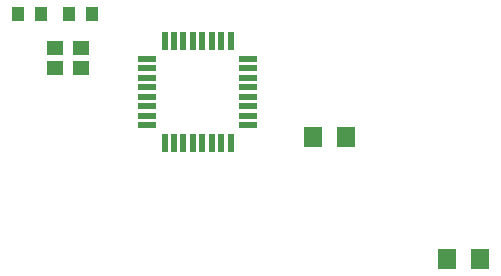
<source format=gbr>
G04 #@! TF.GenerationSoftware,KiCad,Pcbnew,(5.0.2)-1*
G04 #@! TF.CreationDate,2018-12-26T19:39:09+05:30*
G04 #@! TF.ProjectId,Air Pollution,41697220-506f-46c6-9c75-74696f6e2e6b,rev?*
G04 #@! TF.SameCoordinates,Original*
G04 #@! TF.FileFunction,Paste,Bot*
G04 #@! TF.FilePolarity,Positive*
%FSLAX46Y46*%
G04 Gerber Fmt 4.6, Leading zero omitted, Abs format (unit mm)*
G04 Created by KiCad (PCBNEW (5.0.2)-1) date 12/26/2018 7:39:09 PM*
%MOMM*%
%LPD*%
G01*
G04 APERTURE LIST*
%ADD10R,1.600000X1.800000*%
%ADD11R,1.400000X1.200000*%
%ADD12R,1.000000X1.250000*%
%ADD13R,1.500000X0.550000*%
%ADD14R,0.550000X1.500000*%
G04 APERTURE END LIST*
D10*
G04 #@! TO.C,R1*
X136156453Y-85946890D03*
X133356453Y-85946890D03*
G04 #@! TD*
G04 #@! TO.C,R2*
X144650000Y-96266000D03*
X147450000Y-96266000D03*
G04 #@! TD*
D11*
G04 #@! TO.C,U8*
X111472800Y-78398000D03*
X113672800Y-78398000D03*
X113672800Y-80098000D03*
X111472800Y-80098000D03*
G04 #@! TD*
D12*
G04 #@! TO.C,C1*
X108356453Y-75532890D03*
X110356453Y-75532890D03*
G04 #@! TD*
G04 #@! TO.C,C2*
X114658453Y-75532890D03*
X112658453Y-75532890D03*
G04 #@! TD*
D13*
G04 #@! TO.C,U4*
X119280453Y-84936890D03*
X119280453Y-84136890D03*
X119280453Y-83336890D03*
X119280453Y-82536890D03*
X119280453Y-81736890D03*
X119280453Y-80936890D03*
X119280453Y-80136890D03*
X119280453Y-79336890D03*
D14*
X120780453Y-77836890D03*
X121580453Y-77836890D03*
X122380453Y-77836890D03*
X123180453Y-77836890D03*
X123980453Y-77836890D03*
X124780453Y-77836890D03*
X125580453Y-77836890D03*
X126380453Y-77836890D03*
D13*
X127880453Y-79336890D03*
X127880453Y-80136890D03*
X127880453Y-80936890D03*
X127880453Y-81736890D03*
X127880453Y-82536890D03*
X127880453Y-83336890D03*
X127880453Y-84136890D03*
X127880453Y-84936890D03*
D14*
X126380453Y-86436890D03*
X125580453Y-86436890D03*
X124780453Y-86436890D03*
X123980453Y-86436890D03*
X123180453Y-86436890D03*
X122380453Y-86436890D03*
X121580453Y-86436890D03*
X120780453Y-86436890D03*
G04 #@! TD*
M02*

</source>
